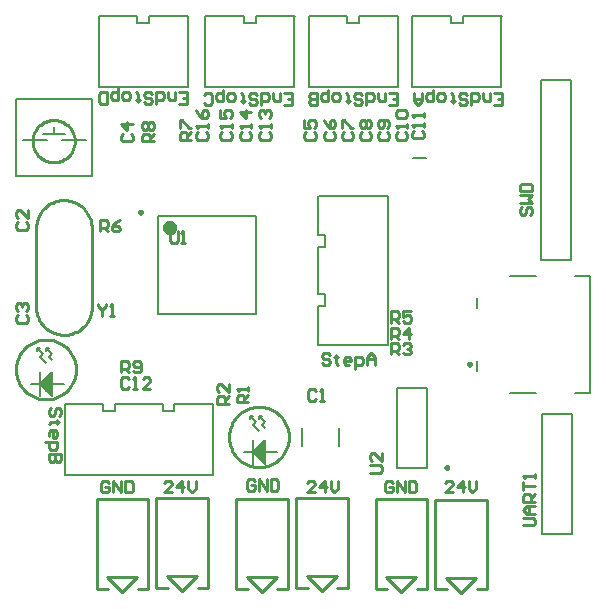
<source format=gto>
%FSLAX24Y24*%
%MOMM*%
%SFA1B1*%

%IPPOS*%
%ADD10C,0.599948*%
%ADD11C,0.249936*%
%ADD12C,0.254000*%
%ADD13C,0.199898*%
%ADD14C,0.152400*%
%ADD15C,0.127000*%
%ADD16R,0.426720X1.148080*%
%LNpcb_cloud_controller-1*%
%LPD*%
G54D10*
X1079195Y934217D02*
D01*
X1079187Y934426*
X1079165Y934634*
X1079129Y934840*
X1079078Y935043*
X1079014Y935242*
X1078935Y935437*
X1078843Y935625*
X1078739Y935806*
X1078622Y935980*
X1078493Y936145*
X1078353Y936300*
X1078202Y936446*
X1078042Y936580*
X1077872Y936703*
X1077695Y936814*
X1077510Y936913*
X1077319Y936998*
X1077122Y937069*
X1076921Y937127*
X1076716Y937171*
X1076508Y937200*
X1076300Y937214*
X1076090*
X1075881Y937200*
X1075674Y937171*
X1075469Y937127*
X1075268Y937069*
X1075071Y936998*
X1074880Y936913*
X1074695Y936814*
X1074517Y936703*
X1074348Y936580*
X1074188Y936446*
X1074037Y936300*
X1073897Y936145*
X1073768Y935980*
X1073651Y935806*
X1073546Y935625*
X1073455Y935437*
X1073376Y935242*
X1073311Y935043*
X1073261Y934840*
X1073224Y934634*
X1073202Y934426*
X1073195Y934217*
X1073202Y934007*
X1073224Y933799*
X1073261Y933593*
X1073311Y933390*
X1073376Y933190*
X1073455Y932996*
X1073546Y932808*
X1073651Y932627*
X1073768Y932453*
X1073897Y932288*
X1074037Y932133*
X1074188Y931987*
X1074348Y931853*
X1074517Y931730*
X1074695Y931619*
X1074880Y931520*
X1075071Y931435*
X1075268Y931364*
X1075469Y931306*
X1075674Y931262*
X1075881Y931233*
X1076090Y931219*
X1076300*
X1076508Y931233*
X1076716Y931262*
X1076921Y931306*
X1077122Y931364*
X1077319Y931435*
X1077510Y931520*
X1077695Y931619*
X1077872Y931730*
X1078042Y931853*
X1078202Y931987*
X1078353Y932133*
X1078493Y932288*
X1078622Y932453*
X1078739Y932627*
X1078843Y932808*
X1078935Y932996*
X1079014Y933190*
X1079078Y933390*
X1079129Y933593*
X1079165Y933799*
X1079187Y934007*
X1079195Y934217*
G54D11*
X1052944Y947216D02*
D01*
X1052941Y947303*
X1052932Y947390*
X1052916Y947476*
X1052895Y947561*
X1052868Y947644*
X1052836Y947725*
X1052797Y947803*
X1052754Y947878*
X1052705Y947951*
X1052651Y948019*
X1052593Y948084*
X1052530Y948145*
X1052463Y948201*
X1052393Y948252*
X1052319Y948298*
X1052242Y948339*
X1052162Y948375*
X1052080Y948405*
X1051996Y948429*
X1051911Y948447*
X1051825Y948459*
X1051738Y948465*
X1051650*
X1051563Y948459*
X1051477Y948447*
X1051392Y948429*
X1051308Y948405*
X1051226Y948375*
X1051146Y948339*
X1051069Y948298*
X1050995Y948252*
X1050925Y948201*
X1050858Y948145*
X1050795Y948084*
X1050737Y948019*
X1050683Y947951*
X1050634Y947878*
X1050590Y947803*
X1050552Y947725*
X1050520Y947644*
X1050493Y947561*
X1050472Y947476*
X1050456Y947390*
X1050447Y947303*
X1050444Y947216*
X1050447Y947129*
X1050456Y947042*
X1050472Y946956*
X1050493Y946872*
X1050520Y946789*
X1050552Y946708*
X1050590Y946630*
X1050634Y946554*
X1050683Y946482*
X1050737Y946413*
X1050795Y946348*
X1050858Y946287*
X1050925Y946231*
X1050995Y946180*
X1051069Y946134*
X1051146Y946093*
X1051226Y946058*
X1051308Y946028*
X1051392Y946004*
X1051477Y945985*
X1051563Y945973*
X1051650Y945967*
X1051738*
X1051825Y945973*
X1051911Y945985*
X1051996Y946004*
X1052080Y946028*
X1052162Y946058*
X1052242Y946093*
X1052319Y946134*
X1052393Y946180*
X1052463Y946231*
X1052530Y946287*
X1052593Y946348*
X1052651Y946413*
X1052705Y946482*
X1052754Y946554*
X1052797Y946630*
X1052836Y946708*
X1052868Y946789*
X1052895Y946872*
X1052916Y946956*
X1052932Y947042*
X1052941Y947129*
X1052944Y947216*
X1331368Y818690D02*
D01*
X1331365Y818777*
X1331356Y818863*
X1331341Y818949*
X1331320Y819034*
X1331293Y819117*
X1331260Y819198*
X1331222Y819276*
X1331178Y819352*
X1331130Y819424*
X1331076Y819493*
X1331018Y819558*
X1330955Y819618*
X1330888Y819675*
X1330818Y819726*
X1330744Y819772*
X1330666Y819813*
X1330587Y819848*
X1330505Y819878*
X1330421Y819902*
X1330336Y819920*
X1330249Y819933*
X1330162Y819939*
X1330075*
X1329988Y819933*
X1329902Y819920*
X1329816Y819902*
X1329732Y819878*
X1329650Y819848*
X1329571Y819813*
X1329494Y819772*
X1329420Y819726*
X1329349Y819675*
X1329282Y819618*
X1329220Y819558*
X1329161Y819493*
X1329108Y819424*
X1329059Y819352*
X1329015Y819276*
X1328977Y819198*
X1328944Y819117*
X1328917Y819034*
X1328896Y818949*
X1328881Y818863*
X1328872Y818777*
X1328869Y818690*
X1328872Y818602*
X1328881Y818516*
X1328896Y818430*
X1328917Y818345*
X1328944Y818262*
X1328977Y818181*
X1329015Y818103*
X1329059Y818027*
X1329108Y817955*
X1329161Y817886*
X1329220Y817822*
X1329282Y817761*
X1329349Y817705*
X1329420Y817654*
X1329494Y817607*
X1329571Y817566*
X1329650Y817531*
X1329732Y817501*
X1329816Y817477*
X1329902Y817459*
X1329988Y817447*
X1330075Y817441*
X1330162*
X1330249Y817447*
X1330336Y817459*
X1330421Y817477*
X1330505Y817501*
X1330587Y817531*
X1330666Y817566*
X1330744Y817607*
X1330818Y817654*
X1330888Y817705*
X1330955Y817761*
X1331018Y817822*
X1331076Y817886*
X1331130Y817955*
X1331178Y818027*
X1331222Y818103*
X1331260Y818181*
X1331293Y818262*
X1331320Y818345*
X1331341Y818430*
X1331356Y818516*
X1331365Y818602*
X1331368Y818690*
X1312179Y731039D02*
D01*
X1312176Y731127*
X1312167Y731213*
X1312151Y731299*
X1312130Y731384*
X1312103Y731467*
X1312071Y731548*
X1312032Y731626*
X1311989Y731702*
X1311940Y731774*
X1311886Y731843*
X1311828Y731907*
X1311765Y731968*
X1311698Y732024*
X1311628Y732075*
X1311554Y732121*
X1311477Y732163*
X1311397Y732198*
X1311315Y732228*
X1311231Y732252*
X1311146Y732270*
X1311060Y732282*
X1310972Y732288*
X1310885*
X1310798Y732282*
X1310712Y732270*
X1310627Y732252*
X1310543Y732228*
X1310461Y732198*
X1310381Y732163*
X1310304Y732121*
X1310230Y732075*
X1310159Y732024*
X1310093Y731968*
X1310030Y731907*
X1309972Y731843*
X1309918Y731774*
X1309869Y731702*
X1309825Y731626*
X1309787Y731548*
X1309755Y731467*
X1309728Y731384*
X1309707Y731299*
X1309691Y731213*
X1309682Y731127*
X1309679Y731039*
X1309682Y730952*
X1309691Y730865*
X1309707Y730780*
X1309728Y730695*
X1309755Y730612*
X1309787Y730531*
X1309825Y730453*
X1309869Y730377*
X1309918Y730305*
X1309972Y730236*
X1310030Y730171*
X1310093Y730111*
X1310159Y730054*
X1310230Y730003*
X1310304Y729957*
X1310381Y729916*
X1310461Y729881*
X1310543Y729851*
X1310627Y729827*
X1310712Y729809*
X1310798Y729796*
X1310885Y729790*
X1310972*
X1311060Y729796*
X1311146Y729809*
X1311231Y729827*
X1311315Y729851*
X1311397Y729881*
X1311477Y729916*
X1311554Y729957*
X1311628Y730003*
X1311698Y730054*
X1311765Y730111*
X1311828Y730171*
X1311886Y730236*
X1311940Y730305*
X1311989Y730377*
X1312032Y730453*
X1312071Y730531*
X1312103Y730612*
X1312130Y730695*
X1312151Y730780*
X1312167Y730865*
X1312176Y730952*
X1312179Y731039*
G54D12*
X986790Y843429D02*
D01*
X988429Y843487*
X990060Y843658*
X991675Y843943*
X993267Y844340*
X994827Y844846*
X996348Y845461*
X997822Y846180*
X999243Y847000*
X1000602Y847917*
X1001895Y848927*
X1003114Y850025*
X1004253Y851205*
X1005308Y852461*
X1006272Y853788*
X1007141Y855179*
X1007911Y856627*
X1008578Y858126*
X1009139Y859667*
X1009591Y861244*
X1009932Y862849*
X1010161Y864473*
X1010275Y866109*
X1010290Y866929*
X963289D02*
D01*
X963347Y865290*
X963518Y863659*
X963803Y862043*
X964200Y860452*
X964706Y858892*
X965321Y857371*
X966040Y855897*
X966860Y854476*
X967777Y853116*
X968787Y851824*
X969885Y850605*
X971065Y849465*
X972321Y848411*
X973648Y847447*
X975039Y846578*
X976488Y845808*
X977986Y845140*
X979527Y844579*
X981104Y844127*
X982709Y843786*
X984333Y843558*
X985969Y843444*
X986790Y843429*
Y957430D02*
D01*
X985150Y957372*
X983519Y957201*
X981904Y956916*
X980312Y956519*
X978752Y956012*
X977231Y955398*
X975757Y954679*
X974336Y953859*
X972976Y952941*
X971684Y951932*
X970465Y950834*
X969325Y949654*
X968271Y948397*
X967307Y947071*
X966438Y945680*
X965668Y944231*
X965000Y942733*
X964440Y941191*
X963987Y939615*
X963646Y938010*
X963418Y936386*
X963304Y934749*
X963289Y933930*
X1010290D02*
D01*
X1010232Y935569*
X1010061Y937200*
X1009776Y938815*
X1009379Y940407*
X1008872Y941967*
X1008258Y943488*
X1007539Y944962*
X1006719Y946383*
X1005801Y947742*
X1004791Y949035*
X1003694Y950254*
X1002514Y951393*
X1001257Y952448*
X999930Y953412*
X998540Y954281*
X997091Y955051*
X995593Y955718*
X994051Y956279*
X992475Y956731*
X990870Y957073*
X989246Y957301*
X987609Y957415*
X986790Y957430*
X995918Y1007430D02*
D01*
X995875Y1008674*
X995745Y1009913*
X995528Y1011140*
X995227Y1012349*
X994842Y1013534*
X994375Y1014689*
X993829Y1015809*
X993206Y1016888*
X992509Y1017921*
X991742Y1018902*
X990909Y1019828*
X990013Y1020693*
X989058Y1021494*
X988050Y1022227*
X986994Y1022887*
X985894Y1023472*
X984756Y1023978*
X983585Y1024404*
X982387Y1024748*
X981169Y1025007*
X979935Y1025180*
X978692Y1025267*
X977447*
X976204Y1025180*
X974970Y1025007*
X973752Y1024748*
X972554Y1024404*
X971383Y1023978*
X970245Y1023472*
X969145Y1022887*
X968089Y1022227*
X967081Y1021494*
X966127Y1020693*
X965230Y1019828*
X964397Y1018902*
X963630Y1017921*
X962933Y1016888*
X962310Y1015809*
X961764Y1014689*
X961297Y1013534*
X960912Y1012349*
X960611Y1011140*
X960395Y1009913*
X960265Y1008674*
X960221Y1007430*
X960265Y1006184*
X960395Y1004945*
X960611Y1003719*
X960912Y1002510*
X961297Y1001325*
X961764Y1000170*
X962310Y999050*
X962933Y997971*
X963630Y996938*
X964397Y995957*
X965230Y995031*
X966127Y994165*
X967081Y993365*
X968089Y992632*
X969145Y991972*
X970245Y991387*
X971383Y990880*
X972554Y990454*
X973752Y990111*
X974970Y989852*
X976204Y989678*
X977447Y989592*
X978692*
X979935Y989678*
X981169Y989852*
X982387Y990111*
X983585Y990454*
X984756Y990880*
X985894Y991387*
X986994Y991972*
X988050Y992632*
X989058Y993365*
X990013Y994165*
X990909Y995031*
X991742Y995957*
X992509Y996938*
X993206Y997971*
X993829Y999050*
X994375Y1000170*
X994842Y1001325*
X995227Y1002510*
X995528Y1003719*
X995745Y1004945*
X995875Y1006184*
X995918Y1007430*
X996950Y814070D02*
D01*
X996888Y815841*
X996702Y817604*
X996394Y819350*
X995966Y821071*
X995418Y822757*
X994753Y824400*
X993976Y825994*
X993090Y827529*
X992098Y828999*
X991007Y830396*
X989820Y831714*
X988545Y832945*
X987187Y834085*
X985753Y835127*
X984250Y836066*
X982684Y836899*
X981064Y837620*
X979398Y838226*
X977694Y838715*
X975960Y839083*
X974204Y839330*
X972436Y839454*
X970663*
X968894Y839330*
X967139Y839083*
X965404Y838715*
X963700Y838226*
X962034Y837620*
X960415Y836899*
X958850Y836066*
X957346Y835127*
X955911Y834085*
X954553Y832945*
X953278Y831714*
X952092Y830396*
X951000Y828999*
X950009Y827529*
X949123Y825994*
X948345Y824400*
X947681Y822757*
X947133Y821071*
X946704Y819350*
X946397Y817604*
X946211Y815841*
X946150Y814070*
X946211Y812298*
X946397Y810534*
X946704Y808788*
X947133Y807068*
X947681Y805382*
X948345Y803738*
X949123Y802145*
X950009Y800610*
X951000Y799140*
X952092Y797743*
X953278Y796425*
X954553Y795193*
X955911Y794054*
X957346Y793012*
X958850Y792072*
X960415Y791240*
X962034Y790519*
X963700Y789913*
X965404Y789424*
X967139Y789055*
X968894Y788808*
X970663Y788685*
X972436*
X974204Y788808*
X975960Y789055*
X977694Y789424*
X979398Y789913*
X981064Y790519*
X982684Y791240*
X984250Y792072*
X985753Y793012*
X987187Y794054*
X988545Y795193*
X989820Y796425*
X991007Y797743*
X992098Y799140*
X993090Y800610*
X993976Y802145*
X994753Y803738*
X995418Y805382*
X995966Y807068*
X996394Y808788*
X996702Y810534*
X996888Y812298*
X996950Y814070*
X1177290Y756920D02*
D01*
X1177228Y758691*
X1177042Y760454*
X1176734Y762200*
X1176306Y763921*
X1175758Y765607*
X1175093Y767250*
X1174316Y768844*
X1173430Y770379*
X1172438Y771849*
X1171347Y773246*
X1170160Y774564*
X1168885Y775795*
X1167527Y776935*
X1166093Y777977*
X1164590Y778916*
X1163024Y779749*
X1161404Y780470*
X1159738Y781076*
X1158034Y781565*
X1156300Y781933*
X1154544Y782180*
X1152776Y782304*
X1151003*
X1149234Y782180*
X1147479Y781933*
X1145744Y781565*
X1144040Y781076*
X1142374Y780470*
X1140755Y779749*
X1139190Y778916*
X1137686Y777977*
X1136251Y776935*
X1134893Y775795*
X1133618Y774564*
X1132432Y773246*
X1131340Y771849*
X1130349Y770379*
X1129463Y768844*
X1128685Y767250*
X1128021Y765607*
X1127473Y763921*
X1127044Y762200*
X1126737Y760454*
X1126551Y758691*
X1126490Y756920*
X1126551Y755148*
X1126737Y753384*
X1127044Y751638*
X1127473Y749918*
X1128021Y748232*
X1128685Y746588*
X1129463Y744995*
X1130349Y743460*
X1131340Y741990*
X1132432Y740593*
X1133618Y739275*
X1134893Y738043*
X1136251Y736904*
X1137686Y735862*
X1139190Y734922*
X1140755Y734090*
X1142374Y733369*
X1144040Y732763*
X1145744Y732274*
X1147479Y731905*
X1149234Y731658*
X1151003Y731535*
X1152776*
X1154544Y731658*
X1156300Y731905*
X1158034Y732274*
X1159738Y732763*
X1161404Y733369*
X1163024Y734090*
X1164590Y734922*
X1166093Y735862*
X1167527Y736904*
X1168885Y738043*
X1170160Y739275*
X1171347Y740593*
X1172438Y741990*
X1173430Y743460*
X1174316Y744995*
X1175093Y746588*
X1175758Y748232*
X1176306Y749918*
X1176734Y751638*
X1177042Y753384*
X1177228Y755148*
X1177290Y756920*
X1301341Y627938D02*
Y703940D01*
Y627938D02*
X1311239D01*
X1301341Y703940D02*
X1345338D01*
X1336240Y627938D02*
X1345338D01*
X1323340Y637540D02*
X1336040D01*
X1323340Y624840D02*
X1336040Y637540D01*
X1310640D02*
X1323340Y624840D01*
X1310640Y637540D02*
X1323340D01*
X1345338Y627938D02*
Y703940D01*
X1250589Y628599D02*
Y704601D01*
Y628599D02*
X1260490D01*
X1250589Y704601D02*
X1294589D01*
X1285488Y628599D02*
X1294589D01*
X1272590Y638200D02*
X1285290D01*
X1272590Y625500D02*
X1285290Y638200D01*
X1259890D02*
X1272590Y625500D01*
X1259890Y638200D02*
X1272590D01*
X1294589Y628599D02*
Y704601D01*
X1132479Y628599D02*
Y704601D01*
Y628599D02*
X1142380D01*
X1132479Y704601D02*
X1176479D01*
X1167378Y628599D02*
X1176479D01*
X1154480Y638200D02*
X1167180D01*
X1154480Y625500D02*
X1167180Y638200D01*
X1141780D02*
X1154480Y625500D01*
X1141780Y638200D02*
X1154480D01*
X1176479Y628599D02*
Y704601D01*
X1065121Y629208D02*
Y705210D01*
Y629208D02*
X1075019D01*
X1065121Y705210D02*
X1109118D01*
X1100020Y629208D02*
X1109118D01*
X1087120Y638810D02*
X1099820D01*
X1087120Y626110D02*
X1099820Y638810D01*
X1074420D02*
X1087120Y626110D01*
X1074420Y638810D02*
X1087120D01*
X1109118Y629208D02*
Y705210D01*
X1014369Y628599D02*
Y704601D01*
Y628599D02*
X1024270D01*
X1014369Y704601D02*
X1058369D01*
X1049268Y628599D02*
X1058369D01*
X1036370Y638200D02*
X1049070D01*
X1036370Y625500D02*
X1049070Y638200D01*
X1023670D02*
X1036370Y625500D01*
X1023670Y638200D02*
X1036370D01*
X1058369Y628599D02*
Y704601D01*
X1183231Y629211D02*
Y705210D01*
Y629211D02*
X1193129D01*
X1183231Y705210D02*
X1227228D01*
X1218130Y629211D02*
X1227228D01*
X1205230Y638810D02*
X1217930D01*
X1205230Y626110D02*
X1217930Y638810D01*
X1192530D02*
X1205230Y626110D01*
X1192530Y638810D02*
X1205230D01*
X1227228Y629211D02*
Y705210D01*
X1010290Y866929D02*
Y900430D01*
X963289Y866929D02*
Y933930D01*
X1010290Y900430D02*
Y933930D01*
X1076332Y931443D02*
Y923112D01*
X1077998Y921445*
X1081331*
X1082997Y923112*
Y931443*
X1086330Y921445D02*
X1089662D01*
X1087996*
Y931443*
X1086330Y929777*
X1094740Y1008380D02*
X1084742D01*
Y1013378*
X1086408Y1015044*
X1089741*
X1091407Y1013378*
Y1008380*
Y1011712D02*
X1094740Y1015044D01*
X1084742Y1018377D02*
Y1025042D01*
X1086408*
X1093073Y1018377*
X1094740*
X1126490Y784860D02*
X1116492D01*
Y789858*
X1118158Y791524*
X1121491*
X1123157Y789858*
Y784860*
Y788192D02*
X1126490Y791524D01*
Y801522D02*
Y794857D01*
X1119825Y801522*
X1118158*
X1116492Y799856*
Y796523*
X1118158Y794857*
X1041714Y805891D02*
X1040048Y807557D01*
X1036716*
X1035050Y805891*
Y799226*
X1036716Y797560*
X1040048*
X1041714Y799226*
X1045047Y797560D02*
X1048379D01*
X1046713*
Y807557*
X1045047Y805891*
X1060041Y797560D02*
X1053376D01*
X1060041Y804224*
Y805891*
X1058374Y807557*
X1055044*
X1053376Y805891*
X1016000Y869518D02*
Y867851D01*
X1019332Y864519*
X1022664Y867851*
Y869518*
X1019332Y864519D02*
Y859520D01*
X1025997D02*
X1029329D01*
X1027663*
Y869518*
X1025997Y867851*
X1245743Y726440D02*
X1254074D01*
X1255740Y728106*
Y731438*
X1254074Y733104*
X1245743*
X1255740Y743102D02*
Y736437D01*
X1249075Y743102*
X1247409*
X1245743Y741436*
Y738103*
X1247409Y736437*
X1035050Y811530D02*
Y821527D01*
X1040048*
X1041714Y819861*
Y816528*
X1040048Y814862*
X1035050*
X1038382D02*
X1041714Y811530D01*
X1045047Y813196D02*
X1046713Y811530D01*
X1050046*
X1051712Y813196*
Y819861*
X1050046Y821527*
X1046713*
X1045047Y819861*
Y818194*
X1046713Y816528*
X1051712*
X1062990Y1007110D02*
X1052992D01*
Y1012108*
X1054658Y1013774*
X1057991*
X1059657Y1012108*
Y1007110*
Y1010442D02*
X1062990Y1013774D01*
X1054658Y1017107D02*
X1052992Y1018773D01*
Y1022106*
X1054658Y1023772*
X1056325*
X1057991Y1022106*
X1059657Y1023772*
X1061323*
X1062990Y1022106*
Y1018773*
X1061323Y1017107*
X1059657*
X1057991Y1018773*
X1056325Y1017107*
X1054658*
X1057991Y1018773D02*
Y1022106D01*
X1017270Y930910D02*
Y940907D01*
X1022268*
X1023934Y939241*
Y935908*
X1022268Y934242*
X1017270*
X1020602D02*
X1023934Y930910D01*
X1033932Y940907D02*
X1030599Y939241D01*
X1027267Y935908*
Y932576*
X1028933Y930910*
X1032266*
X1033932Y932576*
Y934242*
X1032266Y935908*
X1027267*
X1263650Y853440D02*
Y863437D01*
X1268648*
X1270314Y861771*
Y858438*
X1268648Y856772*
X1263650*
X1266982D02*
X1270314Y853440D01*
X1280312Y863437D02*
X1273647D01*
Y858438*
X1276979Y860104*
X1278646*
X1280312Y858438*
Y855106*
X1278646Y853440*
X1275313*
X1273647Y855106*
X1263650Y839470D02*
Y849467D01*
X1268648*
X1270314Y847801*
Y844468*
X1268648Y842802*
X1263650*
X1266982D02*
X1270314Y839470D01*
X1278646D02*
Y849467D01*
X1273647Y844468*
X1280312*
X1263650Y826770D02*
Y836767D01*
X1268648*
X1270314Y835101*
Y831768*
X1268648Y830102*
X1263650*
X1266982D02*
X1270314Y826770D01*
X1273647Y835101D02*
X1275313Y836767D01*
X1278646*
X1280312Y835101*
Y833434*
X1278646Y831768*
X1276979*
X1278646*
X1280312Y830102*
Y828436*
X1278646Y826770*
X1275313*
X1273647Y828436*
X1143000Y786130D02*
X1133002D01*
Y791128*
X1134668Y792794*
X1138001*
X1139667Y791128*
Y786130*
Y789462D02*
X1143000Y792794D01*
Y796127D02*
Y799459D01*
Y797793*
X1133002*
X1134668Y796127*
X1375572Y681990D02*
X1383903D01*
X1385570Y683656*
Y686988*
X1383903Y688654*
X1375572*
X1385570Y691987D02*
X1378905D01*
X1375572Y695319*
X1378905Y698652*
X1385570*
X1380571*
Y691987*
X1385570Y701984D02*
X1375572D01*
Y706981*
X1377238Y708647*
X1380571*
X1382237Y706981*
Y701984*
Y705314D02*
X1385570Y708647D01*
X1375572Y711979D02*
Y718644D01*
Y715312*
X1385570*
Y721977D02*
Y725309D01*
Y723643*
X1375572*
X1377238Y721977*
X1025204Y718261D02*
X1023538Y719927D01*
X1020206*
X1018540Y718261*
Y711596*
X1020206Y709930*
X1023538*
X1025204Y711596*
Y714928*
X1021872*
X1028537Y709930D02*
Y719927D01*
X1035202Y709930*
Y719927*
X1038534D02*
Y709930D01*
X1043531*
X1045197Y711596*
Y718261*
X1043531Y719927*
X1038534*
X1078544Y709930D02*
X1071880D01*
X1078544Y716594*
Y718261*
X1076878Y719927*
X1073546*
X1071880Y718261*
X1086876Y709930D02*
Y719927D01*
X1081877Y714928*
X1088542*
X1091874Y719927D02*
Y713262D01*
X1095204Y709930*
X1098537Y713262*
Y719927*
X1148394Y719531D02*
X1146728Y721197D01*
X1143396*
X1141730Y719531*
Y712866*
X1143396Y711200*
X1146728*
X1148394Y712866*
Y716198*
X1145062*
X1151727Y711200D02*
Y721197D01*
X1158392Y711200*
Y721197*
X1161724D02*
Y711200D01*
X1166721*
X1168387Y712866*
Y719531*
X1166721Y721197*
X1161724*
X1199194Y709930D02*
X1192530D01*
X1199194Y716594*
Y718261*
X1197528Y719927*
X1194196*
X1192530Y718261*
X1207526Y709930D02*
Y719927D01*
X1202527Y714928*
X1209192*
X1212524Y719927D02*
Y713262D01*
X1215854Y709930*
X1219187Y713262*
Y719927*
X1265234Y718261D02*
X1263568Y719927D01*
X1260236*
X1258570Y718261*
Y711596*
X1260236Y709930*
X1263568*
X1265234Y711596*
Y714928*
X1261902*
X1268567Y709930D02*
Y719927D01*
X1275232Y709930*
Y719927*
X1278562D02*
Y709930D01*
X1283561*
X1285227Y711596*
Y718261*
X1283561Y719927*
X1278562*
X1316034Y709930D02*
X1309370D01*
X1316034Y716594*
Y718261*
X1314368Y719927*
X1311036*
X1309370Y718261*
X1324366Y709930D02*
Y719927D01*
X1319367Y714928*
X1326032*
X1329364Y719927D02*
Y713262D01*
X1332694Y709930*
X1336027Y713262*
Y719927*
X982421Y774385D02*
X984087Y776051D01*
Y779383*
X982421Y781050*
X980754*
X979088Y779383*
Y776051*
X977422Y774385*
X975756*
X974090Y776051*
Y779383*
X975756Y781050*
X982421Y769386D02*
X980754D01*
Y771052*
Y767720*
Y769386*
X975756*
X974090Y767720*
Y757725D02*
Y761055D01*
X975756Y762723*
X979088*
X980754Y761055*
Y757725*
X979088Y756058*
X977422*
Y762723*
X970757Y752726D02*
X980754D01*
Y747727*
X979088Y746061*
X975756*
X974090Y747727*
Y752726*
X984087Y742729D02*
X974090D01*
Y737730*
X975756Y736064*
X977422*
X979088Y737730*
Y742729*
Y737730*
X980754Y736064*
X982421*
X984087Y737730*
Y742729*
X1211894Y826211D02*
X1210228Y827877D01*
X1206896*
X1205230Y826211*
Y824544*
X1206896Y822878*
X1210228*
X1211894Y821212*
Y819546*
X1210228Y817880*
X1206896*
X1205230Y819546*
X1216893Y826211D02*
Y824544D01*
X1215227*
X1218559*
X1216893*
Y819546*
X1218559Y817880*
X1228554D02*
X1225224D01*
X1223556Y819546*
Y822878*
X1225224Y824544*
X1228554*
X1230221Y822878*
Y821212*
X1223556*
X1233553Y814547D02*
Y824544D01*
X1238552*
X1240218Y822878*
Y819546*
X1238552Y817880*
X1233553*
X1243550D02*
Y824544D01*
X1246883Y827877*
X1250215Y824544*
Y817880*
Y822878*
X1243550*
X1084564Y1039022D02*
X1091229D01*
Y1049020*
X1084564*
X1091229Y1044021D02*
X1087897D01*
X1081232Y1049020D02*
Y1042355D01*
X1076233*
X1074569Y1044021*
Y1049020*
X1064572Y1039022D02*
Y1049020D01*
X1069571*
X1071237Y1047353*
Y1044021*
X1069571Y1042355*
X1064572*
X1054574Y1040688D02*
X1056241Y1039022D01*
X1059573*
X1061239Y1040688*
Y1042355*
X1059573Y1044021*
X1056241*
X1054574Y1045687*
Y1047353*
X1056241Y1049020*
X1059573*
X1061239Y1047353*
X1049576Y1040688D02*
Y1042355D01*
X1051242*
X1047910*
X1049576*
Y1047353*
X1047910Y1049020*
X1041245D02*
X1037915D01*
X1036246Y1047353*
Y1044021*
X1037915Y1042355*
X1041245*
X1042911Y1044021*
Y1047353*
X1041245Y1049020*
X1032916Y1052352D02*
Y1042355D01*
X1027917*
X1026251Y1044021*
Y1047353*
X1027917Y1049020*
X1032916*
X1022918Y1039022D02*
Y1049020D01*
X1017920*
X1016254Y1047353*
Y1040688*
X1017920Y1039022*
X1022918*
X1173464Y1037752D02*
X1180129D01*
Y1047750*
X1173464*
X1180129Y1042751D02*
X1176797D01*
X1170132Y1047750D02*
Y1041085D01*
X1165133*
X1163469Y1042751*
Y1047750*
X1153472Y1037752D02*
Y1047750D01*
X1158471*
X1160137Y1046083*
Y1042751*
X1158471Y1041085*
X1153472*
X1143474Y1039418D02*
X1145141Y1037752D01*
X1148473*
X1150139Y1039418*
Y1041085*
X1148473Y1042751*
X1145141*
X1143474Y1044417*
Y1046083*
X1145141Y1047750*
X1148473*
X1150139Y1046083*
X1138476Y1039418D02*
Y1041085D01*
X1140142*
X1136810*
X1138476*
Y1046083*
X1136810Y1047750*
X1130145D02*
X1126815D01*
X1125148Y1046083*
Y1042751*
X1126815Y1041085*
X1130145*
X1131811Y1042751*
Y1046083*
X1130145Y1047750*
X1121816Y1051082D02*
Y1041085D01*
X1116817*
X1115151Y1042751*
Y1046083*
X1116817Y1047750*
X1121816*
X1105154Y1039418D02*
X1106820Y1037752D01*
X1110152*
X1111818Y1039418*
Y1046083*
X1110152Y1047750*
X1106820*
X1105154Y1046083*
X1262364Y1037752D02*
X1269029D01*
Y1047750*
X1262364*
X1269029Y1042751D02*
X1265697D01*
X1259032Y1047750D02*
Y1041085D01*
X1254036*
X1252369Y1042751*
Y1047750*
X1242372Y1037752D02*
Y1047750D01*
X1247371*
X1249037Y1046083*
Y1042751*
X1247371Y1041085*
X1242372*
X1232374Y1039418D02*
X1234041Y1037752D01*
X1237373*
X1239039Y1039418*
Y1041085*
X1237373Y1042751*
X1234041*
X1232374Y1044417*
Y1046083*
X1234041Y1047750*
X1237373*
X1239039Y1046083*
X1227376Y1039418D02*
Y1041085D01*
X1229042*
X1225710*
X1227376*
Y1046083*
X1225710Y1047750*
X1219045D02*
X1215712D01*
X1214048Y1046083*
Y1042751*
X1215712Y1041085*
X1219045*
X1220711Y1042751*
Y1046083*
X1219045Y1047750*
X1210716Y1051082D02*
Y1041085D01*
X1205717*
X1204051Y1042751*
Y1046083*
X1205717Y1047750*
X1210716*
X1200718Y1037752D02*
Y1047750D01*
X1195720*
X1194054Y1046083*
Y1044417*
X1195720Y1042751*
X1200718*
X1195720*
X1194054Y1041085*
Y1039418*
X1195720Y1037752*
X1200718*
X1351264D02*
X1357929D01*
Y1047750*
X1351264*
X1357929Y1042751D02*
X1354597D01*
X1347932Y1047750D02*
Y1041085D01*
X1342936*
X1341269Y1042751*
Y1047750*
X1331272Y1037752D02*
Y1047750D01*
X1336271*
X1337937Y1046083*
Y1042751*
X1336271Y1041085*
X1331272*
X1321274Y1039418D02*
X1322941Y1037752D01*
X1326273*
X1327939Y1039418*
Y1041085*
X1326273Y1042751*
X1322941*
X1321274Y1044417*
Y1046083*
X1322941Y1047750*
X1326273*
X1327939Y1046083*
X1316276Y1039418D02*
Y1041085D01*
X1317942*
X1314610*
X1316276*
Y1046083*
X1314610Y1047750*
X1307945D02*
X1304612D01*
X1302948Y1046083*
Y1042751*
X1304612Y1041085*
X1307945*
X1309611Y1042751*
Y1046083*
X1307945Y1047750*
X1299616Y1051082D02*
Y1041085D01*
X1294617*
X1292951Y1042751*
Y1046083*
X1294617Y1047750*
X1299616*
X1289618D02*
Y1041085D01*
X1286286Y1037752*
X1282954Y1041085*
Y1047750*
Y1042751*
X1289618*
X1374698Y951544D02*
X1373032Y949878D01*
Y946546*
X1374698Y944880*
X1376365*
X1378031Y946546*
Y949878*
X1379697Y951544*
X1381363*
X1383030Y949878*
Y946546*
X1381363Y944880*
X1373032Y954877D02*
X1383030D01*
X1379697Y958209*
X1383030Y961542*
X1373032*
Y964874D02*
X1383030D01*
Y969871*
X1381363Y971537*
X1374698*
X1373032Y969871*
Y964874*
X1100378Y1015044D02*
X1098712Y1013378D01*
Y1010046*
X1100378Y1008380*
X1107043*
X1108710Y1010046*
Y1013378*
X1107043Y1015044*
X1108710Y1018377D02*
Y1021709D01*
Y1020043*
X1098712*
X1100378Y1018377*
X1098712Y1033371D02*
X1100378Y1030038D01*
X1103711Y1026706*
X1107043*
X1108710Y1028374*
Y1031704*
X1107043Y1033371*
X1105377*
X1103711Y1031704*
Y1026706*
X1120698Y1015044D02*
X1119032Y1013378D01*
Y1010046*
X1120698Y1008380*
X1127363*
X1129030Y1010046*
Y1013378*
X1127363Y1015044*
X1129030Y1018377D02*
Y1021709D01*
Y1020043*
X1119032*
X1120698Y1018377*
X1119032Y1033371D02*
Y1026706D01*
X1124031*
X1122365Y1030038*
Y1031704*
X1124031Y1033371*
X1127363*
X1129030Y1031704*
Y1028374*
X1127363Y1026706*
X1137208Y1015044D02*
X1135542Y1013378D01*
Y1010046*
X1137208Y1008380*
X1143873*
X1145540Y1010046*
Y1013378*
X1143873Y1015044*
X1145540Y1018377D02*
Y1021709D01*
Y1020043*
X1135542*
X1137208Y1018377*
X1145540Y1031704D02*
X1135542D01*
X1140541Y1026706*
Y1033371*
X1153718Y1015044D02*
X1152052Y1013378D01*
Y1010046*
X1153718Y1008380*
X1160383*
X1162050Y1010046*
Y1013378*
X1160383Y1015044*
X1162050Y1018377D02*
Y1021709D01*
Y1020043*
X1152052*
X1153718Y1018377*
Y1026706D02*
X1152052Y1028374D01*
Y1031704*
X1153718Y1033371*
X1155385*
X1157051Y1031704*
Y1030038*
Y1031704*
X1158717Y1033371*
X1160383*
X1162050Y1031704*
Y1028374*
X1160383Y1026706*
X1283258Y1016314D02*
X1281592Y1014648D01*
Y1011316*
X1283258Y1009650*
X1289923*
X1291590Y1011316*
Y1014648*
X1289923Y1016314*
X1291590Y1019647D02*
Y1022979D01*
Y1021313*
X1281592*
X1283258Y1019647*
X1291590Y1027976D02*
Y1031308D01*
Y1029644*
X1281592*
X1283258Y1027976*
X1269288Y1015044D02*
X1267622Y1013378D01*
Y1010046*
X1269288Y1008380*
X1275953*
X1277620Y1010046*
Y1013378*
X1275953Y1015044*
X1277620Y1018377D02*
Y1021709D01*
Y1020043*
X1267622*
X1269288Y1018377*
Y1026706D02*
X1267622Y1028374D01*
Y1031704*
X1269288Y1033371*
X1275953*
X1277620Y1031704*
Y1028374*
X1275953Y1026706*
X1269288*
X1254048Y1015044D02*
X1252382Y1013378D01*
Y1010046*
X1254048Y1008380*
X1260713*
X1262380Y1010046*
Y1013378*
X1260713Y1015044*
Y1018377D02*
X1262380Y1020043D01*
Y1023376*
X1260713Y1025042*
X1254048*
X1252382Y1023376*
Y1020043*
X1254048Y1018377*
X1255715*
X1257381Y1020043*
Y1025042*
X1238808Y1015044D02*
X1237142Y1013378D01*
Y1010046*
X1238808Y1008380*
X1245473*
X1247140Y1010046*
Y1013378*
X1245473Y1015044*
X1238808Y1018377D02*
X1237142Y1020043D01*
Y1023376*
X1238808Y1025042*
X1240475*
X1242141Y1023376*
X1243807Y1025042*
X1245473*
X1247140Y1023376*
Y1020043*
X1245473Y1018377*
X1243807*
X1242141Y1020043*
X1240475Y1018377*
X1238808*
X1242141Y1020043D02*
Y1023376D01*
X1223568Y1015044D02*
X1221902Y1013378D01*
Y1010046*
X1223568Y1008380*
X1230233*
X1231900Y1010046*
Y1013378*
X1230233Y1015044*
X1221902Y1018377D02*
Y1025042D01*
X1223568*
X1230233Y1018377*
X1231900*
X1208328Y1015044D02*
X1206662Y1013378D01*
Y1010046*
X1208328Y1008380*
X1214993*
X1216660Y1010046*
Y1013378*
X1214993Y1015044*
X1206662Y1025042D02*
X1208328Y1021709D01*
X1211661Y1018377*
X1214993*
X1216660Y1020043*
Y1023376*
X1214993Y1025042*
X1213327*
X1211661Y1023376*
Y1018377*
X1191818Y1015044D02*
X1190152Y1013378D01*
Y1010046*
X1191818Y1008380*
X1198483*
X1200150Y1010046*
Y1013378*
X1198483Y1015044*
X1190152Y1025042D02*
Y1018377D01*
X1195151*
X1193485Y1021709*
Y1023376*
X1195151Y1025042*
X1198483*
X1200150Y1023376*
Y1020043*
X1198483Y1018377*
X1036878Y1013774D02*
X1035212Y1012108D01*
Y1008776*
X1036878Y1007110*
X1043543*
X1045210Y1008776*
Y1012108*
X1043543Y1013774*
X1045210Y1022106D02*
X1035212D01*
X1040211Y1017107*
Y1023772*
X947978Y860104D02*
X946312Y858438D01*
Y855106*
X947978Y853440*
X954643*
X956310Y855106*
Y858438*
X954643Y860104*
X947978Y863437D02*
X946312Y865103D01*
Y868436*
X947978Y870102*
X949645*
X951311Y868436*
Y866769*
Y868436*
X952977Y870102*
X954643*
X956310Y868436*
Y865103*
X954643Y863437*
X947978Y938844D02*
X946312Y937178D01*
Y933846*
X947978Y932180*
X954643*
X956310Y933846*
Y937178*
X954643Y938844*
X956310Y948842D02*
Y942177D01*
X949645Y948842*
X947978*
X946312Y947176*
Y943843*
X947978Y942177*
X1200464Y795731D02*
X1198798Y797397D01*
X1195466*
X1193800Y795731*
Y789066*
X1195466Y787400*
X1198798*
X1200464Y789066*
X1203797Y787400D02*
X1207129D01*
X1205463*
Y797397*
X1203797Y795731*
G54D13*
X1066192Y861214D02*
X1149195D01*
X1066192Y944217D02*
X1149195D01*
Y861214D02*
Y944217D01*
X1066192Y861214D02*
Y944217D01*
X1281831Y1113660D02*
X1314429D01*
Y1107660D02*
Y1113660D01*
Y1107660D02*
X1324429D01*
Y1113660*
X1357429*
X1281831Y1053660D02*
X1357228D01*
Y1112659*
X1281831Y1053660D02*
Y1112659D01*
X1106571Y1113660D02*
X1139169D01*
Y1107660D02*
Y1113660D01*
Y1107660D02*
X1149169D01*
Y1113660*
X1182169*
X1106571Y1053660D02*
X1181971D01*
Y1112659*
X1106571Y1053660D02*
Y1112659D01*
X1390650Y906780D02*
X1416050D01*
X1390650Y1059180D02*
X1416050D01*
Y906780D02*
Y1059180D01*
X1390650Y906780D02*
Y1059180D01*
X1336370Y813188D02*
Y821189D01*
Y866188D02*
Y874189D01*
X1419369Y794189D02*
X1432369D01*
X1364371D02*
X1386370D01*
X1364371Y893188D02*
X1386370D01*
X1419369D02*
X1432369D01*
Y794189D02*
Y893188D01*
X1391920Y674370D02*
X1417320D01*
X1391920D02*
Y775970D01*
X1417320Y674370D02*
Y775970D01*
X1391920D02*
X1417320D01*
X1282280Y993140D02*
X1293279D01*
X1294429Y731039D02*
Y798040D01*
X1268430Y731039D02*
Y798040D01*
Y731039D02*
X1294429D01*
X1268430Y798040D02*
X1294429D01*
X1219459Y748919D02*
Y764921D01*
X1188460Y748919D02*
Y764921D01*
X1194198Y1113660D02*
X1226799D01*
Y1107660D02*
Y1113660D01*
Y1107660D02*
X1236799D01*
Y1113660*
X1269799*
X1194198Y1053660D02*
X1269601D01*
Y1112659*
X1194198Y1053660D02*
Y1112659D01*
X987290Y784730D02*
X1020290D01*
Y778730D02*
Y784730D01*
Y778730D02*
X1030290D01*
Y784730*
X1070289*
Y778730D02*
Y784730D01*
Y778730D02*
X1080289D01*
Y784730*
X1113289*
X987491Y724730D02*
X1113088D01*
Y783729*
X987491Y724730D02*
Y783729D01*
X1201549Y834890D02*
Y867890D01*
X1207549*
Y877890*
X1201549D02*
X1207549D01*
X1201549D02*
Y917889D01*
X1207549*
Y927889*
X1201549D02*
X1207549D01*
X1201549D02*
Y960889D01*
X1261549Y835091D02*
Y960688D01*
X1202550D02*
X1261549D01*
X1202550Y835091D02*
X1261549D01*
X1016398Y1113660D02*
X1048999D01*
Y1107660D02*
Y1113660D01*
Y1107660D02*
X1058999D01*
Y1113660*
X1091999*
X1016398Y1053660D02*
X1091801D01*
Y1112659*
X1016398Y1053660D02*
Y1112659D01*
G54D14*
X946150Y977646D02*
X1010920D01*
X946150D02*
Y1042670D01*
X1010920Y977646D02*
Y1042670D01*
X946150D02*
X1010920D01*
X985309Y1008669D02*
X1005309D01*
X969309Y1013670D02*
X987310D01*
X952309Y1008669D02*
X972309D01*
X978308Y1013670D02*
Y1019670D01*
X971550Y831850D02*
X974090D01*
X971550Y829310D02*
Y831850D01*
X963930D02*
X966470D01*
X963930Y829310D02*
Y831850D01*
X971550D02*
X976630Y826770D01*
X974090Y824230D02*
X976630Y826770D01*
X974090Y824230D02*
X976630Y821690D01*
X963930Y831850D02*
X969010Y826770D01*
X966470Y824230D02*
X969010Y826770D01*
X966470Y824230D02*
X971550Y819150D01*
X958850Y801370D02*
X986790D01*
X966470D02*
X976630Y811530D01*
Y791210D02*
Y811530D01*
Y805670D02*
Y806450D01*
X966470Y801370D02*
X976630Y791210D01*
X966470D02*
Y811530D01*
X1151890Y774700D02*
X1154430D01*
X1151890Y772160D02*
Y774700D01*
X1144270D02*
X1146810D01*
X1144270Y772160D02*
Y774700D01*
X1151890D02*
X1156970Y769620D01*
X1154430Y767080D02*
X1156970Y769620D01*
X1154430Y767080D02*
X1156970Y764540D01*
X1144270Y774700D02*
X1149350Y769620D01*
X1146810Y767080D02*
X1149350Y769620D01*
X1146810Y767080D02*
X1151890Y762000D01*
X1139190Y744220D02*
X1167130D01*
X1146810D02*
X1156970Y754380D01*
Y734060D02*
Y754380D01*
Y748520D02*
Y749300D01*
X1146810Y744220D02*
X1156970Y734060D01*
X1146810D02*
Y754380D01*
G54D15*
X971788Y796051D02*
Y806688D01*
X970280Y805180D02*
X971788Y806688D01*
X970280Y798380D02*
Y805180D01*
X968756Y799904D02*
X970280Y798380D01*
X968756Y799904D02*
Y801624D01*
X976122Y808990*
Y794258D02*
Y808990D01*
X975664Y793800D02*
X976122Y794258D01*
X975664Y793800D02*
Y796086D01*
X973775Y794197D02*
X975664Y796086D01*
X973775Y794197D02*
Y795721D01*
X975238Y794258*
Y808106*
X970280Y803148D02*
X975238Y808106D01*
X970280Y798380D02*
Y803148D01*
Y798380D02*
X971788Y799889D01*
Y801639*
X970280Y803148D02*
X971788Y801639D01*
X970280Y801397D02*
Y803148D01*
Y799830D02*
Y801397D01*
X969264Y800846D02*
X970280Y799830D01*
X969264Y800846D02*
X971042D01*
X970663Y800470D02*
X971042Y800846D01*
X1152128Y738901D02*
Y749538D01*
X1150620Y748030D02*
X1152128Y749538D01*
X1150620Y741230D02*
Y748030D01*
X1149096Y742754D02*
X1150620Y741230D01*
X1149096Y742754D02*
Y744474D01*
X1156462Y751840*
Y737108D02*
Y751840D01*
X1156004Y736650D02*
X1156462Y737108D01*
X1156004Y736650D02*
Y738936D01*
X1154115Y737047D02*
X1156004Y738936D01*
X1154115Y737047D02*
Y738571D01*
X1155578Y737108*
Y750956*
X1150620Y745998D02*
X1155578Y750956D01*
X1150620Y741230D02*
Y745998D01*
Y741230D02*
X1152128Y742739D01*
Y744489*
X1150620Y745998D02*
X1152128Y744489D01*
X1150620Y744247D02*
Y745998D01*
Y742680D02*
Y744247D01*
X1149604Y743696D02*
X1150620Y742680D01*
X1149604Y743696D02*
X1151382D01*
X1151003Y743320D02*
X1151382Y743696D01*
G54D16*
X974496Y801522D03*
X1154836Y744372D03*
M02*
</source>
